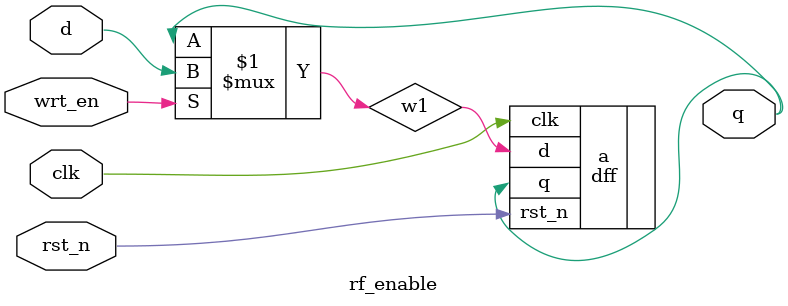
<source format=v>

module rf_enable ( q, d, wrt_en, clk, rst_n);

	input          d;
	input		   wrt_en;
    input          clk;
    input          rst_n;

    output         q;

    wire           w1;

    dff    a (.q(q), .d(w1), .clk(clk), .rst_n(rst_n));

    assign w1 = wrt_en? d : q;


endmodule




</source>
